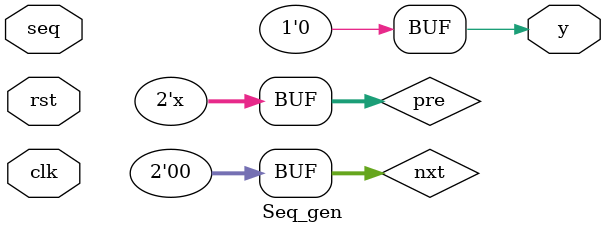
<source format=v>

module Seq_gen(
    input clk,rst,seq,
    output reg  y
    );
localparam a=2'b00;
localparam b=2'b01;
localparam c=2'b10;
localparam d=2'b11;
reg [1:0] pre,nxt;
always @ (posedge clk,posedge rst)
begin
   if(rst) pre=a;
	else  pre=nxt;
end
always @ *
   begin
     pre=nxt;
     y=1'b0;
     case(pre)
       a:if(seq)  nxt=b;
         else nxt=a;	
       b:if(seq)  nxt=b;
         else nxt=c;
       c:if(seq)  nxt=d;
         else nxt=a;
       d:if(seq) begin
     		 nxt=b;  y=1'b1;
			 end
         else nxt=c;
       default:begin
         y=1'b0;   nxt=a;
        end
     endcase
   end	  
endmodule

</source>
